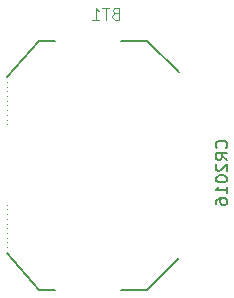
<source format=gbo>
G04 #@! TF.GenerationSoftware,KiCad,Pcbnew,7.0.10-7.0.10~ubuntu22.04.1*
G04 #@! TF.CreationDate,2024-05-15T19:40:14+10:00*
G04 #@! TF.ProjectId,AtariHDisk4,41746172-6948-4446-9973-6b342e6b6963,rev?*
G04 #@! TF.SameCoordinates,Original*
G04 #@! TF.FileFunction,Legend,Bot*
G04 #@! TF.FilePolarity,Positive*
%FSLAX46Y46*%
G04 Gerber Fmt 4.6, Leading zero omitted, Abs format (unit mm)*
G04 Created by KiCad (PCBNEW 7.0.10-7.0.10~ubuntu22.04.1) date 2024-05-15 19:40:14*
%MOMM*%
%LPD*%
G01*
G04 APERTURE LIST*
G04 Aperture macros list*
%AMRoundRect*
0 Rectangle with rounded corners*
0 $1 Rounding radius*
0 $2 $3 $4 $5 $6 $7 $8 $9 X,Y pos of 4 corners*
0 Add a 4 corners polygon primitive as box body*
4,1,4,$2,$3,$4,$5,$6,$7,$8,$9,$2,$3,0*
0 Add four circle primitives for the rounded corners*
1,1,$1+$1,$2,$3*
1,1,$1+$1,$4,$5*
1,1,$1+$1,$6,$7*
1,1,$1+$1,$8,$9*
0 Add four rect primitives between the rounded corners*
20,1,$1+$1,$2,$3,$4,$5,0*
20,1,$1+$1,$4,$5,$6,$7,0*
20,1,$1+$1,$6,$7,$8,$9,0*
20,1,$1+$1,$8,$9,$2,$3,0*%
G04 Aperture macros list end*
%ADD10C,0.150000*%
%ADD11C,0.100000*%
%ADD12C,0.200000*%
%ADD13R,1.600000X1.600000*%
%ADD14C,1.600000*%
%ADD15R,1.700000X1.700000*%
%ADD16O,1.700000X1.700000*%
%ADD17C,2.750000*%
%ADD18R,3.500000X3.500000*%
%ADD19RoundRect,0.750000X-1.000000X0.750000X-1.000000X-0.750000X1.000000X-0.750000X1.000000X0.750000X0*%
%ADD20RoundRect,0.875000X-0.875000X0.875000X-0.875000X-0.875000X0.875000X-0.875000X0.875000X0.875000X0*%
%ADD21R,1.800000X1.800000*%
%ADD22C,1.800000*%
%ADD23C,1.000000*%
%ADD24C,1.100000*%
%ADD25RoundRect,0.250000X0.600000X-0.600000X0.600000X0.600000X-0.600000X0.600000X-0.600000X-0.600000X0*%
%ADD26C,1.700000*%
%ADD27R,2.100000X1.000000*%
%ADD28C,15.000000*%
G04 APERTURE END LIST*
D10*
X136934580Y-106064207D02*
X136982200Y-106016588D01*
X136982200Y-106016588D02*
X137029819Y-105873731D01*
X137029819Y-105873731D02*
X137029819Y-105778493D01*
X137029819Y-105778493D02*
X136982200Y-105635636D01*
X136982200Y-105635636D02*
X136886961Y-105540398D01*
X136886961Y-105540398D02*
X136791723Y-105492779D01*
X136791723Y-105492779D02*
X136601247Y-105445160D01*
X136601247Y-105445160D02*
X136458390Y-105445160D01*
X136458390Y-105445160D02*
X136267914Y-105492779D01*
X136267914Y-105492779D02*
X136172676Y-105540398D01*
X136172676Y-105540398D02*
X136077438Y-105635636D01*
X136077438Y-105635636D02*
X136029819Y-105778493D01*
X136029819Y-105778493D02*
X136029819Y-105873731D01*
X136029819Y-105873731D02*
X136077438Y-106016588D01*
X136077438Y-106016588D02*
X136125057Y-106064207D01*
X137029819Y-107064207D02*
X136553628Y-106730874D01*
X137029819Y-106492779D02*
X136029819Y-106492779D01*
X136029819Y-106492779D02*
X136029819Y-106873731D01*
X136029819Y-106873731D02*
X136077438Y-106968969D01*
X136077438Y-106968969D02*
X136125057Y-107016588D01*
X136125057Y-107016588D02*
X136220295Y-107064207D01*
X136220295Y-107064207D02*
X136363152Y-107064207D01*
X136363152Y-107064207D02*
X136458390Y-107016588D01*
X136458390Y-107016588D02*
X136506009Y-106968969D01*
X136506009Y-106968969D02*
X136553628Y-106873731D01*
X136553628Y-106873731D02*
X136553628Y-106492779D01*
X136125057Y-107445160D02*
X136077438Y-107492779D01*
X136077438Y-107492779D02*
X136029819Y-107588017D01*
X136029819Y-107588017D02*
X136029819Y-107826112D01*
X136029819Y-107826112D02*
X136077438Y-107921350D01*
X136077438Y-107921350D02*
X136125057Y-107968969D01*
X136125057Y-107968969D02*
X136220295Y-108016588D01*
X136220295Y-108016588D02*
X136315533Y-108016588D01*
X136315533Y-108016588D02*
X136458390Y-107968969D01*
X136458390Y-107968969D02*
X137029819Y-107397541D01*
X137029819Y-107397541D02*
X137029819Y-108016588D01*
X136029819Y-108635636D02*
X136029819Y-108730874D01*
X136029819Y-108730874D02*
X136077438Y-108826112D01*
X136077438Y-108826112D02*
X136125057Y-108873731D01*
X136125057Y-108873731D02*
X136220295Y-108921350D01*
X136220295Y-108921350D02*
X136410771Y-108968969D01*
X136410771Y-108968969D02*
X136648866Y-108968969D01*
X136648866Y-108968969D02*
X136839342Y-108921350D01*
X136839342Y-108921350D02*
X136934580Y-108873731D01*
X136934580Y-108873731D02*
X136982200Y-108826112D01*
X136982200Y-108826112D02*
X137029819Y-108730874D01*
X137029819Y-108730874D02*
X137029819Y-108635636D01*
X137029819Y-108635636D02*
X136982200Y-108540398D01*
X136982200Y-108540398D02*
X136934580Y-108492779D01*
X136934580Y-108492779D02*
X136839342Y-108445160D01*
X136839342Y-108445160D02*
X136648866Y-108397541D01*
X136648866Y-108397541D02*
X136410771Y-108397541D01*
X136410771Y-108397541D02*
X136220295Y-108445160D01*
X136220295Y-108445160D02*
X136125057Y-108492779D01*
X136125057Y-108492779D02*
X136077438Y-108540398D01*
X136077438Y-108540398D02*
X136029819Y-108635636D01*
X137029819Y-109921350D02*
X137029819Y-109349922D01*
X137029819Y-109635636D02*
X136029819Y-109635636D01*
X136029819Y-109635636D02*
X136172676Y-109540398D01*
X136172676Y-109540398D02*
X136267914Y-109445160D01*
X136267914Y-109445160D02*
X136315533Y-109349922D01*
X136029819Y-110778493D02*
X136029819Y-110588017D01*
X136029819Y-110588017D02*
X136077438Y-110492779D01*
X136077438Y-110492779D02*
X136125057Y-110445160D01*
X136125057Y-110445160D02*
X136267914Y-110349922D01*
X136267914Y-110349922D02*
X136458390Y-110302303D01*
X136458390Y-110302303D02*
X136839342Y-110302303D01*
X136839342Y-110302303D02*
X136934580Y-110349922D01*
X136934580Y-110349922D02*
X136982200Y-110397541D01*
X136982200Y-110397541D02*
X137029819Y-110492779D01*
X137029819Y-110492779D02*
X137029819Y-110683255D01*
X137029819Y-110683255D02*
X136982200Y-110778493D01*
X136982200Y-110778493D02*
X136934580Y-110826112D01*
X136934580Y-110826112D02*
X136839342Y-110873731D01*
X136839342Y-110873731D02*
X136601247Y-110873731D01*
X136601247Y-110873731D02*
X136506009Y-110826112D01*
X136506009Y-110826112D02*
X136458390Y-110778493D01*
X136458390Y-110778493D02*
X136410771Y-110683255D01*
X136410771Y-110683255D02*
X136410771Y-110492779D01*
X136410771Y-110492779D02*
X136458390Y-110397541D01*
X136458390Y-110397541D02*
X136506009Y-110349922D01*
X136506009Y-110349922D02*
X136601247Y-110302303D01*
D11*
X127531714Y-94675609D02*
X127388857Y-94723228D01*
X127388857Y-94723228D02*
X127341238Y-94770847D01*
X127341238Y-94770847D02*
X127293619Y-94866085D01*
X127293619Y-94866085D02*
X127293619Y-95008942D01*
X127293619Y-95008942D02*
X127341238Y-95104180D01*
X127341238Y-95104180D02*
X127388857Y-95151800D01*
X127388857Y-95151800D02*
X127484095Y-95199419D01*
X127484095Y-95199419D02*
X127865047Y-95199419D01*
X127865047Y-95199419D02*
X127865047Y-94199419D01*
X127865047Y-94199419D02*
X127531714Y-94199419D01*
X127531714Y-94199419D02*
X127436476Y-94247038D01*
X127436476Y-94247038D02*
X127388857Y-94294657D01*
X127388857Y-94294657D02*
X127341238Y-94389895D01*
X127341238Y-94389895D02*
X127341238Y-94485133D01*
X127341238Y-94485133D02*
X127388857Y-94580371D01*
X127388857Y-94580371D02*
X127436476Y-94627990D01*
X127436476Y-94627990D02*
X127531714Y-94675609D01*
X127531714Y-94675609D02*
X127865047Y-94675609D01*
X127007904Y-94199419D02*
X126436476Y-94199419D01*
X126722190Y-95199419D02*
X126722190Y-94199419D01*
X125579333Y-95199419D02*
X126150761Y-95199419D01*
X125865047Y-95199419D02*
X125865047Y-94199419D01*
X125865047Y-94199419D02*
X125960285Y-94342276D01*
X125960285Y-94342276D02*
X126055523Y-94437514D01*
X126055523Y-94437514D02*
X126150761Y-94485133D01*
D12*
X130246000Y-96970000D02*
X132946000Y-99670000D01*
X127990000Y-96970000D02*
X130246000Y-96970000D01*
X122402000Y-96970000D02*
X121046000Y-96970000D01*
X118346000Y-100070000D02*
X121046000Y-96970000D01*
D11*
X118346000Y-100070000D02*
X118346000Y-100070000D01*
X118346000Y-100470000D02*
X118346000Y-100470000D01*
X118346000Y-100870000D02*
X118346000Y-100870000D01*
X118346000Y-101270000D02*
X118346000Y-101270000D01*
X118346000Y-101670000D02*
X118346000Y-101670000D01*
X118346000Y-102070000D02*
X118346000Y-102070000D01*
X118346000Y-102470000D02*
X118346000Y-102470000D01*
X118346000Y-102870000D02*
X118346000Y-102870000D01*
X118346000Y-103270000D02*
X118346000Y-103270000D01*
X118346000Y-103670000D02*
X118346000Y-103670000D01*
X118346000Y-104070000D02*
X118346000Y-104070000D01*
X118346000Y-104470000D02*
X118346000Y-104470000D01*
X118346000Y-104870000D02*
X118346000Y-104870000D01*
X118346000Y-105270000D02*
X118346000Y-105270000D01*
X118346000Y-105670000D02*
X118346000Y-105670000D01*
X118346000Y-106070000D02*
X118346000Y-106070000D01*
X118346000Y-106470000D02*
X118346000Y-106470000D01*
X118346000Y-106870000D02*
X118346000Y-106870000D01*
X118346000Y-107270000D02*
X118346000Y-107270000D01*
X118346000Y-107670000D02*
X118346000Y-107670000D01*
X118346000Y-108070000D02*
X118346000Y-108070000D01*
X118346000Y-108470000D02*
X118346000Y-108470000D01*
X118346000Y-108870000D02*
X118346000Y-108870000D01*
X118346000Y-109270000D02*
X118346000Y-109270000D01*
X118346000Y-109670000D02*
X118346000Y-109670000D01*
X118346000Y-110070000D02*
X118346000Y-110070000D01*
X118346000Y-110470000D02*
X118346000Y-110470000D01*
X118346000Y-110870000D02*
X118346000Y-110870000D01*
X118346000Y-111270000D02*
X118346000Y-111270000D01*
X118346000Y-111670000D02*
X118346000Y-111670000D01*
X118346000Y-112070000D02*
X118346000Y-112070000D01*
X118346000Y-112470000D02*
X118346000Y-112470000D01*
X118346000Y-112870000D02*
X118346000Y-112870000D01*
X118346000Y-113270000D02*
X118346000Y-113270000D01*
X118346000Y-113670000D02*
X118346000Y-113670000D01*
X118346000Y-114070000D02*
X118346000Y-114070000D01*
X118346000Y-114470000D02*
X118346000Y-114470000D01*
X118346000Y-114870000D02*
X118346000Y-114870000D01*
D12*
X130246000Y-118070000D02*
X132946000Y-115370000D01*
X127990000Y-118070000D02*
X130246000Y-118070000D01*
X122402000Y-118070000D02*
X121046000Y-118070000D01*
X121046000Y-118070000D02*
X118346000Y-114970000D01*
%LPC*%
D13*
X146050000Y-71628000D03*
D14*
X148050000Y-71628000D03*
D15*
X58674000Y-86106000D03*
D16*
X58674000Y-83566000D03*
X61214000Y-86106000D03*
X61214000Y-83566000D03*
X63754000Y-86106000D03*
X63754000Y-83566000D03*
X66294000Y-86106000D03*
X66294000Y-83566000D03*
X68834000Y-86106000D03*
X68834000Y-83566000D03*
D17*
X142494000Y-110998000D03*
X142494000Y-76962000D03*
X64516000Y-76962000D03*
X64516000Y-110998000D03*
D18*
X137922000Y-70358000D03*
D19*
X137922000Y-64358000D03*
D20*
X133222000Y-67358000D03*
D21*
X123444000Y-121666000D03*
D22*
X125984000Y-121666000D03*
D15*
X60706000Y-102108000D03*
D16*
X63246000Y-102108000D03*
D23*
X80896000Y-67374000D03*
X72896000Y-67374000D03*
D21*
X129286000Y-121666000D03*
D22*
X131826000Y-121666000D03*
D24*
X70288000Y-105484000D03*
D14*
X91288000Y-105484000D03*
D15*
X143535400Y-117830600D03*
D16*
X146075400Y-117830600D03*
X143535400Y-120370600D03*
X146075400Y-120370600D03*
X143535400Y-122910600D03*
X146075400Y-122910600D03*
D15*
X63251000Y-125471000D03*
D16*
X60711000Y-125471000D03*
X63251000Y-122931000D03*
X60711000Y-122931000D03*
X63251000Y-120391000D03*
X60711000Y-120391000D03*
X63251000Y-117851000D03*
X60711000Y-117851000D03*
X63251000Y-115311000D03*
X60711000Y-115311000D03*
D25*
X102108000Y-70104000D03*
D26*
X104648000Y-70104000D03*
X107188000Y-70104000D03*
X109728000Y-70104000D03*
X112268000Y-70104000D03*
X114808000Y-70104000D03*
X117348000Y-70104000D03*
X119888000Y-70104000D03*
X122428000Y-70104000D03*
X124968000Y-70104000D03*
X102108000Y-67564000D03*
X104648000Y-67564000D03*
X107188000Y-67564000D03*
X109728000Y-67564000D03*
X112268000Y-67564000D03*
X114808000Y-67564000D03*
X117348000Y-67564000D03*
X119888000Y-67564000D03*
X122428000Y-67564000D03*
X124968000Y-67564000D03*
D27*
X126746000Y-96520000D03*
X123646000Y-96520000D03*
X126746000Y-118520000D03*
X123646000Y-118520000D03*
D28*
X125196000Y-107520000D03*
%LPD*%
M02*

</source>
